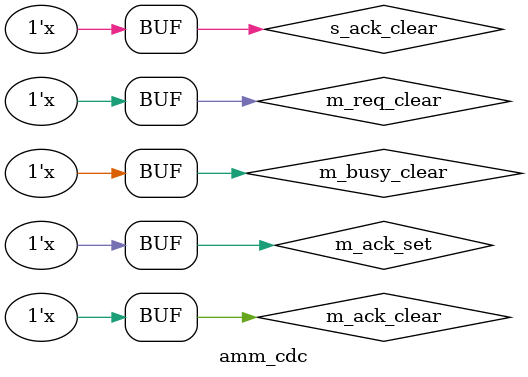
<source format=sv>
module amm_cdc #(
  parameter A_W           = 32,
  parameter D_W           = 64,
  parameter INPUT_REG_EN  = 1,
  parameter OUTPUT_REG_EN = 1,
  parameter PIPE_READ     = 1,
  parameter BURST_EN      = 0,
  parameter BURST_W       = 0
)(
  amm_if amm_if_m,
  amm_if amm_if_s
);

//******************************************
// Request assert logic
//******************************************

always_ff @( posedge amm_if_m.clk )
  if( m_req_stb )
    begin
      m_write <= amm_if_m.write;
      m_read  <= amm_if_m.read;
      m_addr  <= amm_if_m.address;
      if( amm_if_m.write )
        m_data <= amm_if_m.writedata;
    end

always_ff @( posedge amm_if_m.clk, posedge amm_if_m.rst )
  if( amm_if_m.rst )
    m_in_progress <= 1'b0;
  else
    if( m_req_set )
      m_in_progress <= 1'b1;
    else
      if( m_busy_clear )
        m_in_progress <= 1'b0;

assign m_req_en   = ( amm_if_m.write || amm_if_m.read );

assign m_req_set  = m_req_en && ~m_in_progress;

assign amm_if_m.waitrequest = m_in_progress;

//********************************************
// Handshake logic
//********************************************

always_ff @( posedge amm_if_m.clk, posedge amm_if_m.rst )
  if( amm_if_m.rst )
    m_req_flag <= 1'b0;
  else
    if( m_req_set )
      m_req_flag <= 1'b1;
    else
      if( m_req_clear )
        m_req_flag <= 1'b0;

always_ff @( posedge amm_if_s.clk )
  s_req_sync_reg <= { s_req_sync_reg[1:0], m_req_flag };

always_ff @( posedge amm_if_m.clk )
  m_ack_sync_reg <= { m_ack_sync_reg[1:0], s_ack_flag };

assign m_req_clear  =  m_ack_sync_reg[1] && ~m_ack_sync_reg[2];
assign m_busy_clear =  ~m_ack_sync_reg[1] &&  m_ack_sync_reg[2];

assign s_ack_set    =  s_req_sync_reg[1] && ~amm_if_s.waitrequest && ~s_ack_flag;
assign s_ack_clear  = ~s_req_sync_reg[1] &&  s_req_sync_reg[2];

always_ff @( posedge amm_if_s.clk, posedge amm_if_s.rst )
  if( amm_if_s.rst )
    s_ack_flag <= 1'b0;
  else
    if( s_ack_set )
      s_ack_flag <= 1'b1;
    else
      if( s_ack_clear )
        s_ack_flag <= 1'b0;

//******************************************
// Request answer logic
//******************************************

always_ff @( posedge amm_if_s.clk )
  if( s_ack_set )
    begin
      write_s <= write_m;
      read_s  <= read_m;
      addr_s  <= addr_m;
      if( write_m )
        data_s <= data_m;
    end
  else
    if( ~amm_if_s.waitrequest )
      begin
        write_s <= 1'b0;
        read_s  <= 1'b0;
      end

//****************************************
// Read transaction CDC
//****************************************

assign m_ack_set    =  m_ack_sync_reg[1] && ~m_ack_sync_reg[2];
assign m_ack_clear  = ~m_ack_sync_reg[1] &&  m_ack_sync_reg[2];

assign m_ack_set    =  m_ack_sync_reg[1] && ~m_ack_sync_reg[2];
assign m_ack_clear  = ~m_ack_sync_reg[1] &&  m_ack_sync_reg[2];

always_ff @( posedge amm_if_s.clk, posedge amm_if_s.rst )
  if( amm_if_s.rst )
    busy_s <= 1'b0;
  else
    if( s_req )
      busy_s <= 1'b1;
    else
      if( ~amm_if_s.waitrequest )
        busy_s <= 1'b0;

endmodule : amm_cdc


</source>
